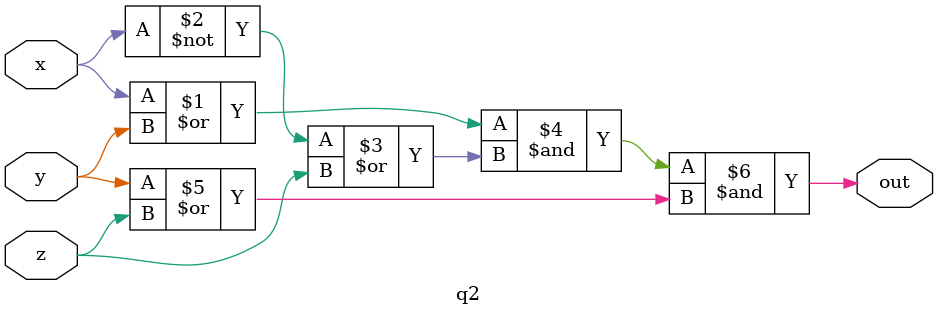
<source format=v>

module q2 (
    input wire x,
    input wire y,
    input wire z,
    output wire out
);

    assign out = (x | y) & (~x | z) & (y | z);

endmodule


</source>
